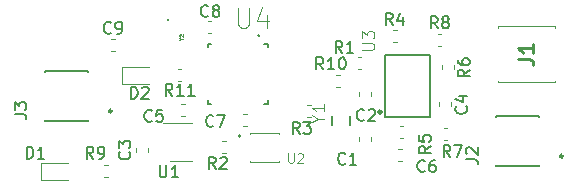
<source format=gto>
G04 #@! TF.GenerationSoftware,KiCad,Pcbnew,(5.99.0-2415-gbbdd3fce7)*
G04 #@! TF.CreationDate,2020-07-30T08:06:23-07:00*
G04 #@! TF.ProjectId,VineHoop_V1_2,56696e65-486f-46f7-905f-56315f322e6b,rev?*
G04 #@! TF.SameCoordinates,Original*
G04 #@! TF.FileFunction,Legend,Top*
G04 #@! TF.FilePolarity,Positive*
%FSLAX46Y46*%
G04 Gerber Fmt 4.6, Leading zero omitted, Abs format (unit mm)*
G04 Created by KiCad (PCBNEW (5.99.0-2415-gbbdd3fce7)) date 2020-07-30 08:06:23*
%MOMM*%
%LPD*%
G01*
G04 APERTURE LIST*
%ADD10C,0.120000*%
%ADD11C,0.015000*%
%ADD12C,0.150000*%
%ADD13C,0.254000*%
%ADD14C,0.100000*%
%ADD15C,0.200000*%
%ADD16C,0.127000*%
%ADD17C,0.250000*%
%ADD18C,0.304800*%
%ADD19C,0.152400*%
G04 APERTURE END LIST*
D10*
X151107727Y-59664600D02*
G75*
G03*
X151107727Y-59664600I-104727J0D01*
G01*
D11*
X153504292Y-69601913D02*
X153504292Y-70250259D01*
X153542430Y-70326535D01*
X153580568Y-70364673D01*
X153656844Y-70402811D01*
X153809396Y-70402811D01*
X153885672Y-70364673D01*
X153923810Y-70326535D01*
X153961948Y-70250259D01*
X153961948Y-69601913D01*
X154305190Y-69678189D02*
X154343328Y-69640051D01*
X154419604Y-69601913D01*
X154610294Y-69601913D01*
X154686570Y-69640051D01*
X154724708Y-69678189D01*
X154762846Y-69754465D01*
X154762846Y-69830741D01*
X154724708Y-69945155D01*
X154267052Y-70402811D01*
X154762846Y-70402811D01*
X144457379Y-59923308D02*
X144610117Y-59923308D01*
X144289367Y-60030224D02*
X144457379Y-59923308D01*
X144289367Y-59816391D01*
X144319914Y-59724748D02*
X144304641Y-59709474D01*
X144289367Y-59678927D01*
X144289367Y-59602558D01*
X144304641Y-59572010D01*
X144319914Y-59556736D01*
X144350462Y-59541462D01*
X144381010Y-59541462D01*
X144426831Y-59556736D01*
X144610117Y-59740022D01*
X144610117Y-59541462D01*
X156059190Y-66663190D02*
X156535380Y-66663190D01*
X155535380Y-66996523D02*
X156059190Y-66663190D01*
X155535380Y-66329857D01*
X156535380Y-65472714D02*
X156535380Y-66044142D01*
X156535380Y-65758428D02*
X155535380Y-65758428D01*
X155678238Y-65853666D01*
X155773476Y-65948904D01*
X155821095Y-66044142D01*
D12*
X130339380Y-66278690D02*
X131053666Y-66278690D01*
X131196523Y-66326309D01*
X131291761Y-66421547D01*
X131339380Y-66564404D01*
X131339380Y-66659642D01*
X130339380Y-65897738D02*
X130339380Y-65278690D01*
X130720333Y-65612023D01*
X130720333Y-65469166D01*
X130767952Y-65373928D01*
X130815571Y-65326309D01*
X130910809Y-65278690D01*
X131148904Y-65278690D01*
X131244142Y-65326309D01*
X131291761Y-65373928D01*
X131339380Y-65469166D01*
X131339380Y-65754880D01*
X131291761Y-65850119D01*
X131244142Y-65897738D01*
X168529380Y-70088690D02*
X169243666Y-70088690D01*
X169386523Y-70136309D01*
X169481761Y-70231547D01*
X169529380Y-70374404D01*
X169529380Y-70469642D01*
X168624619Y-69660119D02*
X168577000Y-69612500D01*
X168529380Y-69517261D01*
X168529380Y-69279166D01*
X168577000Y-69183928D01*
X168624619Y-69136309D01*
X168719857Y-69088690D01*
X168815095Y-69088690D01*
X168957952Y-69136309D01*
X169529380Y-69707738D01*
X169529380Y-69088690D01*
D13*
X172976523Y-61637333D02*
X173883666Y-61637333D01*
X174065095Y-61697809D01*
X174186047Y-61818761D01*
X174246523Y-62000190D01*
X174246523Y-62121142D01*
X174246523Y-60367333D02*
X174246523Y-61093047D01*
X174246523Y-60730190D02*
X172976523Y-60730190D01*
X173157952Y-60851142D01*
X173278904Y-60972095D01*
X173339380Y-61093047D01*
D12*
X136993333Y-70048380D02*
X136660000Y-69572190D01*
X136421904Y-70048380D02*
X136421904Y-69048380D01*
X136802857Y-69048380D01*
X136898095Y-69096000D01*
X136945714Y-69143619D01*
X136993333Y-69238857D01*
X136993333Y-69381714D01*
X136945714Y-69476952D01*
X136898095Y-69524571D01*
X136802857Y-69572190D01*
X136421904Y-69572190D01*
X137469523Y-70048380D02*
X137660000Y-70048380D01*
X137755238Y-70000761D01*
X137802857Y-69953142D01*
X137898095Y-69810285D01*
X137945714Y-69619809D01*
X137945714Y-69238857D01*
X137898095Y-69143619D01*
X137850476Y-69096000D01*
X137755238Y-69048380D01*
X137564761Y-69048380D01*
X137469523Y-69096000D01*
X137421904Y-69143619D01*
X137374285Y-69238857D01*
X137374285Y-69476952D01*
X137421904Y-69572190D01*
X137469523Y-69619809D01*
X137564761Y-69667428D01*
X137755238Y-69667428D01*
X137850476Y-69619809D01*
X137898095Y-69572190D01*
X137945714Y-69476952D01*
X131341904Y-70048380D02*
X131341904Y-69048380D01*
X131580000Y-69048380D01*
X131722857Y-69096000D01*
X131818095Y-69191238D01*
X131865714Y-69286476D01*
X131913333Y-69476952D01*
X131913333Y-69619809D01*
X131865714Y-69810285D01*
X131818095Y-69905523D01*
X131722857Y-70000761D01*
X131580000Y-70048380D01*
X131341904Y-70048380D01*
X132865714Y-70048380D02*
X132294285Y-70048380D01*
X132580000Y-70048380D02*
X132580000Y-69048380D01*
X132484761Y-69191238D01*
X132389523Y-69286476D01*
X132294285Y-69334095D01*
X165060333Y-71096142D02*
X165012714Y-71143761D01*
X164869857Y-71191380D01*
X164774619Y-71191380D01*
X164631761Y-71143761D01*
X164536523Y-71048523D01*
X164488904Y-70953285D01*
X164441285Y-70762809D01*
X164441285Y-70619952D01*
X164488904Y-70429476D01*
X164536523Y-70334238D01*
X164631761Y-70239000D01*
X164774619Y-70191380D01*
X164869857Y-70191380D01*
X165012714Y-70239000D01*
X165060333Y-70286619D01*
X165917476Y-70191380D02*
X165727000Y-70191380D01*
X165631761Y-70239000D01*
X165584142Y-70286619D01*
X165488904Y-70429476D01*
X165441285Y-70619952D01*
X165441285Y-71000904D01*
X165488904Y-71096142D01*
X165536523Y-71143761D01*
X165631761Y-71191380D01*
X165822238Y-71191380D01*
X165917476Y-71143761D01*
X165965095Y-71096142D01*
X166012714Y-71000904D01*
X166012714Y-70762809D01*
X165965095Y-70667571D01*
X165917476Y-70619952D01*
X165822238Y-70572333D01*
X165631761Y-70572333D01*
X165536523Y-70619952D01*
X165488904Y-70667571D01*
X165441285Y-70762809D01*
X143692642Y-64714380D02*
X143359309Y-64238190D01*
X143121214Y-64714380D02*
X143121214Y-63714380D01*
X143502166Y-63714380D01*
X143597404Y-63762000D01*
X143645023Y-63809619D01*
X143692642Y-63904857D01*
X143692642Y-64047714D01*
X143645023Y-64142952D01*
X143597404Y-64190571D01*
X143502166Y-64238190D01*
X143121214Y-64238190D01*
X144645023Y-64714380D02*
X144073595Y-64714380D01*
X144359309Y-64714380D02*
X144359309Y-63714380D01*
X144264071Y-63857238D01*
X144168833Y-63952476D01*
X144073595Y-64000095D01*
X145597404Y-64714380D02*
X145025976Y-64714380D01*
X145311690Y-64714380D02*
X145311690Y-63714380D01*
X145216452Y-63857238D01*
X145121214Y-63952476D01*
X145025976Y-64000095D01*
X140168404Y-64968380D02*
X140168404Y-63968380D01*
X140406500Y-63968380D01*
X140549357Y-64016000D01*
X140644595Y-64111238D01*
X140692214Y-64206476D01*
X140739833Y-64396952D01*
X140739833Y-64539809D01*
X140692214Y-64730285D01*
X140644595Y-64825523D01*
X140549357Y-64920761D01*
X140406500Y-64968380D01*
X140168404Y-64968380D01*
X141120785Y-64063619D02*
X141168404Y-64016000D01*
X141263642Y-63968380D01*
X141501738Y-63968380D01*
X141596976Y-64016000D01*
X141644595Y-64063619D01*
X141692214Y-64158857D01*
X141692214Y-64254095D01*
X141644595Y-64396952D01*
X141073166Y-64968380D01*
X141692214Y-64968380D01*
X147153333Y-67286142D02*
X147105714Y-67333761D01*
X146962857Y-67381380D01*
X146867619Y-67381380D01*
X146724761Y-67333761D01*
X146629523Y-67238523D01*
X146581904Y-67143285D01*
X146534285Y-66952809D01*
X146534285Y-66809952D01*
X146581904Y-66619476D01*
X146629523Y-66524238D01*
X146724761Y-66429000D01*
X146867619Y-66381380D01*
X146962857Y-66381380D01*
X147105714Y-66429000D01*
X147153333Y-66476619D01*
X147486666Y-66381380D02*
X148153333Y-66381380D01*
X147724761Y-67381380D01*
D11*
X159789328Y-60833672D02*
X160599668Y-60833672D01*
X160695002Y-60786005D01*
X160742669Y-60738338D01*
X160790336Y-60643004D01*
X160790336Y-60452336D01*
X160742669Y-60357002D01*
X160695002Y-60309335D01*
X160599668Y-60261668D01*
X159789328Y-60261668D01*
X159789328Y-59880331D02*
X159789328Y-59260660D01*
X160170665Y-59594329D01*
X160170665Y-59451328D01*
X160218332Y-59355994D01*
X160265999Y-59308327D01*
X160361333Y-59260660D01*
X160599668Y-59260660D01*
X160695002Y-59308327D01*
X160742669Y-59355994D01*
X160790336Y-59451328D01*
X160790336Y-59737330D01*
X160742669Y-59832664D01*
X160695002Y-59880331D01*
X149243442Y-57329943D02*
X149243442Y-58659722D01*
X149321665Y-58816167D01*
X149399887Y-58894389D01*
X149556332Y-58972612D01*
X149869221Y-58972612D01*
X150025666Y-58894389D01*
X150103888Y-58816167D01*
X150182110Y-58659722D01*
X150182110Y-57329943D01*
X151668335Y-57877499D02*
X151668335Y-58972612D01*
X151277223Y-57251720D02*
X150886111Y-58425055D01*
X151903002Y-58425055D01*
D12*
X142621095Y-70635880D02*
X142621095Y-71445404D01*
X142668714Y-71540642D01*
X142716333Y-71588261D01*
X142811571Y-71635880D01*
X143002047Y-71635880D01*
X143097285Y-71588261D01*
X143144904Y-71540642D01*
X143192523Y-71445404D01*
X143192523Y-70635880D01*
X144192523Y-71635880D02*
X143621095Y-71635880D01*
X143906809Y-71635880D02*
X143906809Y-70635880D01*
X143811571Y-70778738D01*
X143716333Y-70873976D01*
X143621095Y-70921595D01*
X168854380Y-62523666D02*
X168378190Y-62857000D01*
X168854380Y-63095095D02*
X167854380Y-63095095D01*
X167854380Y-62714142D01*
X167902000Y-62618904D01*
X167949619Y-62571285D01*
X168044857Y-62523666D01*
X168187714Y-62523666D01*
X168282952Y-62571285D01*
X168330571Y-62618904D01*
X168378190Y-62714142D01*
X168378190Y-63095095D01*
X167854380Y-61666523D02*
X167854380Y-61857000D01*
X167902000Y-61952238D01*
X167949619Y-61999857D01*
X168092476Y-62095095D01*
X168282952Y-62142714D01*
X168663904Y-62142714D01*
X168759142Y-62095095D01*
X168806761Y-62047476D01*
X168854380Y-61952238D01*
X168854380Y-61761761D01*
X168806761Y-61666523D01*
X168759142Y-61618904D01*
X168663904Y-61571285D01*
X168425809Y-61571285D01*
X168330571Y-61618904D01*
X168282952Y-61666523D01*
X168235333Y-61761761D01*
X168235333Y-61952238D01*
X168282952Y-62047476D01*
X168330571Y-62095095D01*
X168425809Y-62142714D01*
X165552380Y-69000666D02*
X165076190Y-69334000D01*
X165552380Y-69572095D02*
X164552380Y-69572095D01*
X164552380Y-69191142D01*
X164600000Y-69095904D01*
X164647619Y-69048285D01*
X164742857Y-69000666D01*
X164885714Y-69000666D01*
X164980952Y-69048285D01*
X165028571Y-69095904D01*
X165076190Y-69191142D01*
X165076190Y-69572095D01*
X164552380Y-68095904D02*
X164552380Y-68572095D01*
X165028571Y-68619714D01*
X164980952Y-68572095D01*
X164933333Y-68476857D01*
X164933333Y-68238761D01*
X164980952Y-68143523D01*
X165028571Y-68095904D01*
X165123809Y-68048285D01*
X165361904Y-68048285D01*
X165457142Y-68095904D01*
X165504761Y-68143523D01*
X165552380Y-68238761D01*
X165552380Y-68476857D01*
X165504761Y-68572095D01*
X165457142Y-68619714D01*
X138491833Y-59379142D02*
X138444214Y-59426761D01*
X138301357Y-59474380D01*
X138206119Y-59474380D01*
X138063261Y-59426761D01*
X137968023Y-59331523D01*
X137920404Y-59236285D01*
X137872785Y-59045809D01*
X137872785Y-58902952D01*
X137920404Y-58712476D01*
X137968023Y-58617238D01*
X138063261Y-58522000D01*
X138206119Y-58474380D01*
X138301357Y-58474380D01*
X138444214Y-58522000D01*
X138491833Y-58569619D01*
X138968023Y-59474380D02*
X139158500Y-59474380D01*
X139253738Y-59426761D01*
X139301357Y-59379142D01*
X139396595Y-59236285D01*
X139444214Y-59045809D01*
X139444214Y-58664857D01*
X139396595Y-58569619D01*
X139348976Y-58522000D01*
X139253738Y-58474380D01*
X139063261Y-58474380D01*
X138968023Y-58522000D01*
X138920404Y-58569619D01*
X138872785Y-58664857D01*
X138872785Y-58902952D01*
X138920404Y-58998190D01*
X138968023Y-59045809D01*
X139063261Y-59093428D01*
X139253738Y-59093428D01*
X139348976Y-59045809D01*
X139396595Y-58998190D01*
X139444214Y-58902952D01*
X146708833Y-57951642D02*
X146661214Y-57999261D01*
X146518357Y-58046880D01*
X146423119Y-58046880D01*
X146280261Y-57999261D01*
X146185023Y-57904023D01*
X146137404Y-57808785D01*
X146089785Y-57618309D01*
X146089785Y-57475452D01*
X146137404Y-57284976D01*
X146185023Y-57189738D01*
X146280261Y-57094500D01*
X146423119Y-57046880D01*
X146518357Y-57046880D01*
X146661214Y-57094500D01*
X146708833Y-57142119D01*
X147280261Y-57475452D02*
X147185023Y-57427833D01*
X147137404Y-57380214D01*
X147089785Y-57284976D01*
X147089785Y-57237357D01*
X147137404Y-57142119D01*
X147185023Y-57094500D01*
X147280261Y-57046880D01*
X147470738Y-57046880D01*
X147565976Y-57094500D01*
X147613595Y-57142119D01*
X147661214Y-57237357D01*
X147661214Y-57284976D01*
X147613595Y-57380214D01*
X147565976Y-57427833D01*
X147470738Y-57475452D01*
X147280261Y-57475452D01*
X147185023Y-57523071D01*
X147137404Y-57570690D01*
X147089785Y-57665928D01*
X147089785Y-57856404D01*
X147137404Y-57951642D01*
X147185023Y-57999261D01*
X147280261Y-58046880D01*
X147470738Y-58046880D01*
X147565976Y-57999261D01*
X147613595Y-57951642D01*
X147661214Y-57856404D01*
X147661214Y-57665928D01*
X147613595Y-57570690D01*
X147565976Y-57523071D01*
X147470738Y-57475452D01*
X141948833Y-66833642D02*
X141901214Y-66881261D01*
X141758357Y-66928880D01*
X141663119Y-66928880D01*
X141520261Y-66881261D01*
X141425023Y-66786023D01*
X141377404Y-66690785D01*
X141329785Y-66500309D01*
X141329785Y-66357452D01*
X141377404Y-66166976D01*
X141425023Y-66071738D01*
X141520261Y-65976500D01*
X141663119Y-65928880D01*
X141758357Y-65928880D01*
X141901214Y-65976500D01*
X141948833Y-66024119D01*
X142853595Y-65928880D02*
X142377404Y-65928880D01*
X142329785Y-66405071D01*
X142377404Y-66357452D01*
X142472642Y-66309833D01*
X142710738Y-66309833D01*
X142805976Y-66357452D01*
X142853595Y-66405071D01*
X142901214Y-66500309D01*
X142901214Y-66738404D01*
X142853595Y-66833642D01*
X142805976Y-66881261D01*
X142710738Y-66928880D01*
X142472642Y-66928880D01*
X142377404Y-66881261D01*
X142329785Y-66833642D01*
X140047142Y-69476666D02*
X140094761Y-69524285D01*
X140142380Y-69667142D01*
X140142380Y-69762380D01*
X140094761Y-69905238D01*
X139999523Y-70000476D01*
X139904285Y-70048095D01*
X139713809Y-70095714D01*
X139570952Y-70095714D01*
X139380476Y-70048095D01*
X139285238Y-70000476D01*
X139190000Y-69905238D01*
X139142380Y-69762380D01*
X139142380Y-69667142D01*
X139190000Y-69524285D01*
X139237619Y-69476666D01*
X139142380Y-69143333D02*
X139142380Y-68524285D01*
X139523333Y-68857619D01*
X139523333Y-68714761D01*
X139570952Y-68619523D01*
X139618571Y-68571904D01*
X139713809Y-68524285D01*
X139951904Y-68524285D01*
X140047142Y-68571904D01*
X140094761Y-68619523D01*
X140142380Y-68714761D01*
X140142380Y-69000476D01*
X140094761Y-69095714D01*
X140047142Y-69143333D01*
X168557142Y-65633166D02*
X168604761Y-65680785D01*
X168652380Y-65823642D01*
X168652380Y-65918880D01*
X168604761Y-66061738D01*
X168509523Y-66156976D01*
X168414285Y-66204595D01*
X168223809Y-66252214D01*
X168080952Y-66252214D01*
X167890476Y-66204595D01*
X167795238Y-66156976D01*
X167700000Y-66061738D01*
X167652380Y-65918880D01*
X167652380Y-65823642D01*
X167700000Y-65680785D01*
X167747619Y-65633166D01*
X167985714Y-64776023D02*
X168652380Y-64776023D01*
X167604761Y-65014119D02*
X168319047Y-65252214D01*
X168319047Y-64633166D01*
X156456142Y-62491880D02*
X156122809Y-62015690D01*
X155884714Y-62491880D02*
X155884714Y-61491880D01*
X156265666Y-61491880D01*
X156360904Y-61539500D01*
X156408523Y-61587119D01*
X156456142Y-61682357D01*
X156456142Y-61825214D01*
X156408523Y-61920452D01*
X156360904Y-61968071D01*
X156265666Y-62015690D01*
X155884714Y-62015690D01*
X157408523Y-62491880D02*
X156837095Y-62491880D01*
X157122809Y-62491880D02*
X157122809Y-61491880D01*
X157027571Y-61634738D01*
X156932333Y-61729976D01*
X156837095Y-61777595D01*
X158027571Y-61491880D02*
X158122809Y-61491880D01*
X158218047Y-61539500D01*
X158265666Y-61587119D01*
X158313285Y-61682357D01*
X158360904Y-61872833D01*
X158360904Y-62110928D01*
X158313285Y-62301404D01*
X158265666Y-62396642D01*
X158218047Y-62444261D01*
X158122809Y-62491880D01*
X158027571Y-62491880D01*
X157932333Y-62444261D01*
X157884714Y-62396642D01*
X157837095Y-62301404D01*
X157789476Y-62110928D01*
X157789476Y-61872833D01*
X157837095Y-61682357D01*
X157884714Y-61587119D01*
X157932333Y-61539500D01*
X158027571Y-61491880D01*
X158075333Y-61094880D02*
X157742000Y-60618690D01*
X157503904Y-61094880D02*
X157503904Y-60094880D01*
X157884857Y-60094880D01*
X157980095Y-60142500D01*
X158027714Y-60190119D01*
X158075333Y-60285357D01*
X158075333Y-60428214D01*
X158027714Y-60523452D01*
X157980095Y-60571071D01*
X157884857Y-60618690D01*
X157503904Y-60618690D01*
X159027714Y-61094880D02*
X158456285Y-61094880D01*
X158742000Y-61094880D02*
X158742000Y-60094880D01*
X158646761Y-60237738D01*
X158551523Y-60332976D01*
X158456285Y-60380595D01*
X154455833Y-67952880D02*
X154122500Y-67476690D01*
X153884404Y-67952880D02*
X153884404Y-66952880D01*
X154265357Y-66952880D01*
X154360595Y-67000500D01*
X154408214Y-67048119D01*
X154455833Y-67143357D01*
X154455833Y-67286214D01*
X154408214Y-67381452D01*
X154360595Y-67429071D01*
X154265357Y-67476690D01*
X153884404Y-67476690D01*
X154789166Y-66952880D02*
X155408214Y-66952880D01*
X155074880Y-67333833D01*
X155217738Y-67333833D01*
X155312976Y-67381452D01*
X155360595Y-67429071D01*
X155408214Y-67524309D01*
X155408214Y-67762404D01*
X155360595Y-67857642D01*
X155312976Y-67905261D01*
X155217738Y-67952880D01*
X154932023Y-67952880D01*
X154836785Y-67905261D01*
X154789166Y-67857642D01*
X147343833Y-70937380D02*
X147010500Y-70461190D01*
X146772404Y-70937380D02*
X146772404Y-69937380D01*
X147153357Y-69937380D01*
X147248595Y-69985000D01*
X147296214Y-70032619D01*
X147343833Y-70127857D01*
X147343833Y-70270714D01*
X147296214Y-70365952D01*
X147248595Y-70413571D01*
X147153357Y-70461190D01*
X146772404Y-70461190D01*
X147724785Y-70032619D02*
X147772404Y-69985000D01*
X147867642Y-69937380D01*
X148105738Y-69937380D01*
X148200976Y-69985000D01*
X148248595Y-70032619D01*
X148296214Y-70127857D01*
X148296214Y-70223095D01*
X148248595Y-70365952D01*
X147677166Y-70937380D01*
X148296214Y-70937380D01*
X159916833Y-66778142D02*
X159869214Y-66825761D01*
X159726357Y-66873380D01*
X159631119Y-66873380D01*
X159488261Y-66825761D01*
X159393023Y-66730523D01*
X159345404Y-66635285D01*
X159297785Y-66444809D01*
X159297785Y-66301952D01*
X159345404Y-66111476D01*
X159393023Y-66016238D01*
X159488261Y-65921000D01*
X159631119Y-65873380D01*
X159726357Y-65873380D01*
X159869214Y-65921000D01*
X159916833Y-65968619D01*
X160297785Y-65968619D02*
X160345404Y-65921000D01*
X160440642Y-65873380D01*
X160678738Y-65873380D01*
X160773976Y-65921000D01*
X160821595Y-65968619D01*
X160869214Y-66063857D01*
X160869214Y-66159095D01*
X160821595Y-66301952D01*
X160250166Y-66873380D01*
X160869214Y-66873380D01*
X158329333Y-70461142D02*
X158281714Y-70508761D01*
X158138857Y-70556380D01*
X158043619Y-70556380D01*
X157900761Y-70508761D01*
X157805523Y-70413523D01*
X157757904Y-70318285D01*
X157710285Y-70127809D01*
X157710285Y-69984952D01*
X157757904Y-69794476D01*
X157805523Y-69699238D01*
X157900761Y-69604000D01*
X158043619Y-69556380D01*
X158138857Y-69556380D01*
X158281714Y-69604000D01*
X158329333Y-69651619D01*
X159281714Y-70556380D02*
X158710285Y-70556380D01*
X158996000Y-70556380D02*
X158996000Y-69556380D01*
X158900761Y-69699238D01*
X158805523Y-69794476D01*
X158710285Y-69842095D01*
X162329833Y-58745380D02*
X161996500Y-58269190D01*
X161758404Y-58745380D02*
X161758404Y-57745380D01*
X162139357Y-57745380D01*
X162234595Y-57793000D01*
X162282214Y-57840619D01*
X162329833Y-57935857D01*
X162329833Y-58078714D01*
X162282214Y-58173952D01*
X162234595Y-58221571D01*
X162139357Y-58269190D01*
X161758404Y-58269190D01*
X163186976Y-58078714D02*
X163186976Y-58745380D01*
X162948880Y-57697761D02*
X162710785Y-58412047D01*
X163329833Y-58412047D01*
X166144833Y-59022380D02*
X165811500Y-58546190D01*
X165573404Y-59022380D02*
X165573404Y-58022380D01*
X165954357Y-58022380D01*
X166049595Y-58070000D01*
X166097214Y-58117619D01*
X166144833Y-58212857D01*
X166144833Y-58355714D01*
X166097214Y-58450952D01*
X166049595Y-58498571D01*
X165954357Y-58546190D01*
X165573404Y-58546190D01*
X166716261Y-58450952D02*
X166621023Y-58403333D01*
X166573404Y-58355714D01*
X166525785Y-58260476D01*
X166525785Y-58212857D01*
X166573404Y-58117619D01*
X166621023Y-58070000D01*
X166716261Y-58022380D01*
X166906738Y-58022380D01*
X167001976Y-58070000D01*
X167049595Y-58117619D01*
X167097214Y-58212857D01*
X167097214Y-58260476D01*
X167049595Y-58355714D01*
X167001976Y-58403333D01*
X166906738Y-58450952D01*
X166716261Y-58450952D01*
X166621023Y-58498571D01*
X166573404Y-58546190D01*
X166525785Y-58641428D01*
X166525785Y-58831904D01*
X166573404Y-58927142D01*
X166621023Y-58974761D01*
X166716261Y-59022380D01*
X166906738Y-59022380D01*
X167001976Y-58974761D01*
X167049595Y-58927142D01*
X167097214Y-58831904D01*
X167097214Y-58641428D01*
X167049595Y-58546190D01*
X167001976Y-58498571D01*
X166906738Y-58450952D01*
X167219333Y-69921380D02*
X166886000Y-69445190D01*
X166647904Y-69921380D02*
X166647904Y-68921380D01*
X167028857Y-68921380D01*
X167124095Y-68969000D01*
X167171714Y-69016619D01*
X167219333Y-69111857D01*
X167219333Y-69254714D01*
X167171714Y-69349952D01*
X167124095Y-69397571D01*
X167028857Y-69445190D01*
X166647904Y-69445190D01*
X167552666Y-68921380D02*
X168219333Y-68921380D01*
X167790761Y-69921380D01*
D14*
X150226000Y-70365000D02*
X150226000Y-70290000D01*
X152726000Y-70365000D02*
X152726000Y-70290000D01*
X152726000Y-67865000D02*
X152726000Y-67940000D01*
X150226000Y-67865000D02*
X150226000Y-67940000D01*
D15*
X149476000Y-68115000D02*
G75*
G03*
X149476000Y-68115000I-100000J0D01*
G01*
D14*
X152726000Y-67865000D02*
X150226000Y-67865000D01*
X150226000Y-70365000D02*
X152726000Y-70365000D01*
X143389022Y-58306000D02*
G75*
G03*
X143389022Y-58306000I-86022J0D01*
G01*
D16*
X157238000Y-67172000D02*
X157238000Y-66472000D01*
X158738000Y-67172000D02*
X158738000Y-66472000D01*
D12*
X132887000Y-66900000D02*
X132887000Y-66795000D01*
X132887000Y-62745000D02*
X132887000Y-62640000D01*
X136517000Y-62640000D02*
X132887000Y-62640000D01*
X136517000Y-66900000D02*
X136517000Y-66795000D01*
X136517000Y-62745000D02*
X136517000Y-62640000D01*
X136517000Y-66900000D02*
X132887000Y-66900000D01*
D17*
X138577000Y-66040000D02*
G75*
G03*
X138577000Y-66040000I-125000J0D01*
G01*
D12*
X171077000Y-70710000D02*
X171077000Y-70605000D01*
X171077000Y-66555000D02*
X171077000Y-66450000D01*
X174707000Y-66450000D02*
X171077000Y-66450000D01*
X174707000Y-70710000D02*
X174707000Y-70605000D01*
X174707000Y-66555000D02*
X174707000Y-66450000D01*
X174707000Y-70710000D02*
X171077000Y-70710000D01*
D17*
X176767000Y-69850000D02*
G75*
G03*
X176767000Y-69850000I-125000J0D01*
G01*
D14*
X176087000Y-58984000D02*
X176087000Y-58854000D01*
X176087000Y-58854000D02*
X171257000Y-58854000D01*
X171257000Y-58854000D02*
X171257000Y-58984000D01*
X176087000Y-63484000D02*
X176087000Y-63574000D01*
X176087000Y-63574000D02*
X171257000Y-63574000D01*
X171257000Y-63574000D02*
X171257000Y-63484000D01*
D10*
X138221279Y-71590000D02*
X137895721Y-71590000D01*
X138221279Y-70570000D02*
X137895721Y-70570000D01*
X134848500Y-70385000D02*
X132563500Y-70385000D01*
X132563500Y-70385000D02*
X132563500Y-71855000D01*
X132563500Y-71855000D02*
X134848500Y-71855000D01*
X163103779Y-70233000D02*
X162778221Y-70233000D01*
X163103779Y-69213000D02*
X162778221Y-69213000D01*
X144134721Y-63502000D02*
X144460279Y-63502000D01*
X144134721Y-62482000D02*
X144460279Y-62482000D01*
X139459500Y-63727000D02*
X141744500Y-63727000D01*
X139459500Y-62257000D02*
X139459500Y-63727000D01*
X141744500Y-62257000D02*
X139459500Y-62257000D01*
X149997279Y-66292000D02*
X149671721Y-66292000D01*
X149997279Y-67312000D02*
X149671721Y-67312000D01*
D18*
X161384000Y-66105000D02*
G75*
G03*
X161384000Y-66105000I-100000J0D01*
G01*
D16*
X161684000Y-61305000D02*
X161684000Y-66505000D01*
X165484000Y-61305000D02*
X161684000Y-61305000D01*
X165484000Y-66505000D02*
X165484000Y-61305000D01*
X161684000Y-66505000D02*
X165484000Y-66505000D01*
D19*
X151765000Y-60325000D02*
X151460200Y-60325000D01*
X151765000Y-65405000D02*
X151765000Y-65100200D01*
X146685000Y-65405000D02*
X146989800Y-65405000D01*
X146685000Y-60325000D02*
X146685000Y-60629800D01*
X151765000Y-60629800D02*
X151765000Y-60325000D01*
X146989800Y-60325000D02*
X146685000Y-60325000D01*
X146685000Y-65100200D02*
X146685000Y-65405000D01*
X151460200Y-65405000D02*
X151765000Y-65405000D01*
D10*
X145322000Y-67065000D02*
X142872000Y-67065000D01*
X143522000Y-70285000D02*
X145322000Y-70285000D01*
X167539000Y-62432779D02*
X167539000Y-62107221D01*
X166519000Y-62432779D02*
X166519000Y-62107221D01*
X162930721Y-68328000D02*
X163256279Y-68328000D01*
X162930721Y-67308000D02*
X163256279Y-67308000D01*
X138495721Y-60962000D02*
X138821279Y-60962000D01*
X138495721Y-59942000D02*
X138821279Y-59942000D01*
X147000279Y-58418000D02*
X146674721Y-58418000D01*
X147000279Y-59438000D02*
X146674721Y-59438000D01*
X144777779Y-65403000D02*
X144452221Y-65403000D01*
X144777779Y-66423000D02*
X144452221Y-66423000D01*
X141630000Y-69472779D02*
X141630000Y-69147221D01*
X140610000Y-69472779D02*
X140610000Y-69147221D01*
X166260000Y-65303721D02*
X166260000Y-65629279D01*
X167280000Y-65303721D02*
X167280000Y-65629279D01*
X157545721Y-64010000D02*
X157871279Y-64010000D01*
X157545721Y-62990000D02*
X157871279Y-62990000D01*
X159700279Y-61466000D02*
X159374721Y-61466000D01*
X159700279Y-62486000D02*
X159374721Y-62486000D01*
X155399279Y-65490000D02*
X155073721Y-65490000D01*
X155399279Y-66510000D02*
X155073721Y-66510000D01*
X147893721Y-69598000D02*
X148219279Y-69598000D01*
X147893721Y-68578000D02*
X148219279Y-68578000D01*
X160514000Y-64742779D02*
X160514000Y-64417221D01*
X159494000Y-64742779D02*
X159494000Y-64417221D01*
X159494000Y-68227221D02*
X159494000Y-68552779D01*
X160514000Y-68227221D02*
X160514000Y-68552779D01*
X162371721Y-60200000D02*
X162697279Y-60200000D01*
X162371721Y-59180000D02*
X162697279Y-59180000D01*
X166148721Y-60510000D02*
X166474279Y-60510000D01*
X166148721Y-59490000D02*
X166474279Y-59490000D01*
X166648721Y-68510000D02*
X166974279Y-68510000D01*
X166648721Y-67490000D02*
X166974279Y-67490000D01*
M02*

</source>
